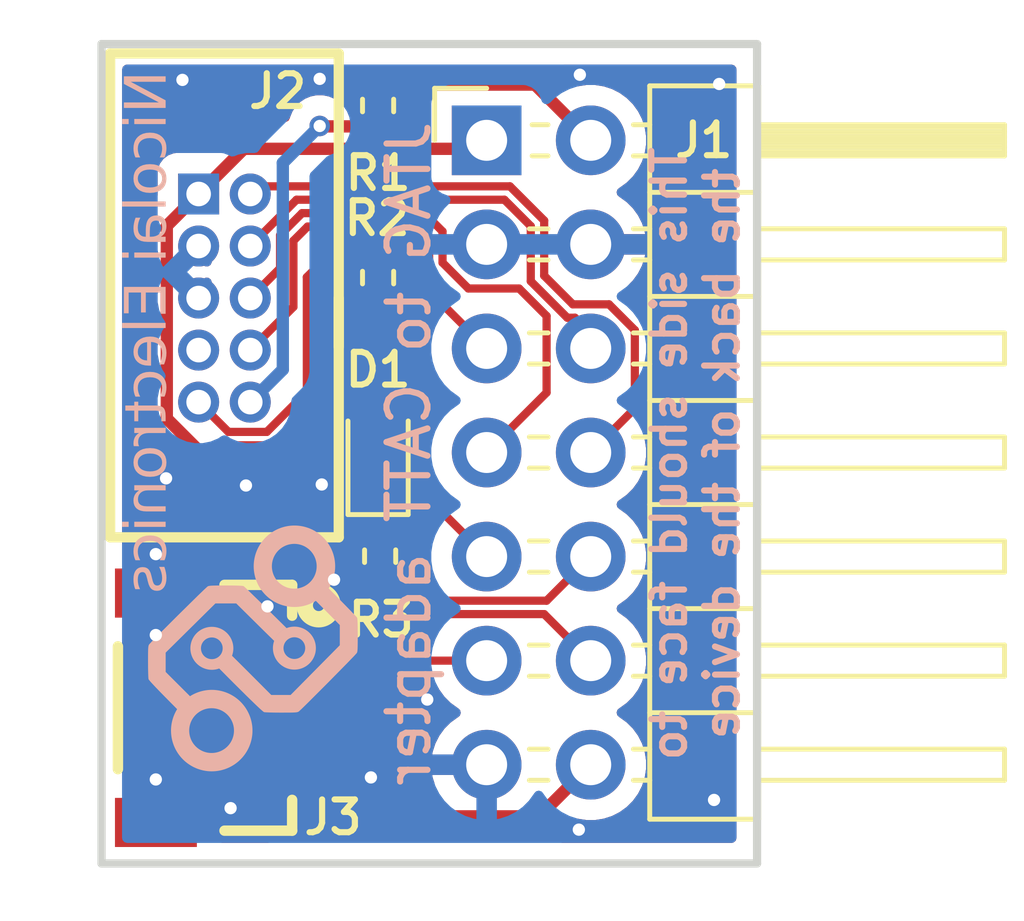
<source format=kicad_pcb>
(kicad_pcb (version 20241229) (generator "pcbnew") (generator_version "9.0")
  (layers (0 "F.Cu" signal) (2 "B.Cu" signal) (13 "F.Paste" user) (15 "B.Paste" user) (5 "F.SilkS" user "F.Silkscreen") (7 "B.SilkS" user "B.Silkscreen") (1 "F.Mask" user) (3 "B.Mask" user) (25 "Edge.Cuts" user))
  (net 0 "")
  (net 1 "+3.3V")
  (net 2 "Net-(D1-K)")
  (net 3 "MTMS")
  (net 4 "SAO_SDA")
  (net 5 "MTDO")
  (net 6 "MTCK")
  (net 7 "GND")
  (net 8 "SAO_IO1")
  (net 9 "P4_RESET")
  (net 10 "SAO_IO2")
  (net 11 "MTDI")
  (net 12 "SAO_SCL")
  (net 13 "Net-(J2-~{RESET})")
  (net 15 "Net-(J2-GNDDetect)")
  (footprint "Resistor_SMD:R_0402_1005Metric" (layer "F.Cu") (at -1.25 -4.3 90)
    (property "Reference" "R2" (at 1.45 -0.025 180) (layer "F.SilkS") (effects (font (size 0.8 0.8))))
    (property "Value" "1k" (hide yes))
    (pad "1" smd roundrect (at -0.51 0 90) (size 0.54 0.64) (layers "F.Cu" "F.Mask" "F.Paste") (net 10 "SAO_IO2"))
    (pad "2" smd roundrect (at 0.51 0 90) (size 0.54 0.64) (layers "F.Cu" "F.Mask" "F.Paste") (net 15 "Net-(J2-GNDDetect)"))
  )
  (footprint "Resistor_SMD:R_0402_1005Metric" (layer "F.Cu") (at -1.2 2.5 90)
    (property "Reference" "R3" (at -1.55 0.025 0) (layer "F.SilkS") (effects (font (size 0.8 0.8))))
    (property "Value" "1k" (hide yes))
    (pad "1" smd roundrect (at -0.51 0 90) (size 0.54 0.64) (layers "F.Cu" "F.Mask" "F.Paste") (net 8 "SAO_IO1"))
    (pad "2" smd roundrect (at 0.51 0 90) (size 0.54 0.64) (layers "F.Cu" "F.Mask" "F.Paste") (net 2 "Net-(D1-K)"))
  )
  (footprint "LED_SMD:LED_0603_1608Metric" (layer "F.Cu") (at -1.25 0 90)
    (property "Reference" "D1" (at 2.05 0 180) (layer "F.SilkS") (effects (font (size 0.8 0.8))))
    (property "Value" "LED" (hide yes))
    (pad "1" smd roundrect (at -0.7875 0 90) (size 0.875 0.95) (layers "F.Cu" "F.Mask" "F.Paste") (net 2 "Net-(D1-K)"))
    (pad "2" smd roundrect (at 0.7875 0 90) (size 0.875 0.95) (layers "F.Cu" "F.Mask" "F.Paste") (net 1 "+3.3V"))
  )
  (footprint "library:1X04_1MM_RA_GND" (layer "F.Cu") (at -3 6.2 -90)
    (property "Reference" "J3" (at 2.675 -0.65 0) (layer "F.SilkS") (effects (font (size 0.8 0.8) (thickness 0.15) (bold yes))))
    (property "Value" "I2C" (hide yes))
    (pad "1" smd rect (at -1.4986 0 270) (size 0.59944 1.34874) (layers "F.Cu" "F.Mask" "F.Paste") (net 7 "GND"))
    (pad "2" smd rect (at -0.49784 0 270) (size 0.59944 1.34874) (layers "F.Cu" "F.Mask" "F.Paste") (net 1 "+3.3V"))
    (pad "3" smd rect (at 0.49784 0 270) (size 0.59944 1.34874) (layers "F.Cu" "F.Mask" "F.Paste") (net 4 "SAO_SDA"))
    (pad "4" smd rect (at 1.4986 0 270) (size 0.59944 1.34874) (layers "F.Cu" "F.Mask" "F.Paste") (net 12 "SAO_SCL"))
    (pad "5" smd rect (at -2.79908 3.67284 270) (size 1.19888 1.99898) (layers "F.Cu" "F.Mask" "F.Paste") (net 7 "GND"))
    (pad "6" smd rect (at 2.79908 3.67284 270) (size 1.19888 1.99898) (layers "F.Cu" "F.Mask" "F.Paste") (net 7 "GND"))
  )
  (footprint "Connector_PinHeader_2.54mm:PinHeader_2x07_P2.54mm_Horizontal" (layer "F.Cu") (at 1.4 -7.65)
    (property "Reference" "J1" (at 5.3 0 0) (layer "F.SilkS") (effects (font (size 0.8 0.8))))
    (property "Value" "CATT" (hide yes))
    (pad "1" thru_hole rect (at 0 0) (size 1.7 1.7) (drill 1) (layers "*.Cu" "*.Mask") (net 1 "+3.3V"))
    (pad "2" thru_hole oval (at 2.54 0) (size 1.7 1.7) (drill 1) (layers "*.Cu" "*.Mask") (net 9 "P4_RESET"))
    (pad "3" thru_hole oval (at 0 2.54) (size 1.7 1.7) (drill 1) (layers "*.Cu" "*.Mask") (net 7 "GND"))
    (pad "4" thru_hole oval (at 2.54 2.54) (size 1.7 1.7) (drill 1) (layers "*.Cu" "*.Mask") (net 7 "GND"))
    (pad "5" thru_hole oval (at 0 5.08) (size 1.7 1.7) (drill 1) (layers "*.Cu" "*.Mask") (net 11 "MTDI"))
    (pad "6" thru_hole oval (at 2.54 5.08) (size 1.7 1.7) (drill 1) (layers "*.Cu" "*.Mask") (net 6 "MTCK"))
    (pad "7" thru_hole oval (at 0 7.62) (size 1.7 1.7) (drill 1) (layers "*.Cu" "*.Mask") (net 5 "MTDO"))
    (pad "8" thru_hole oval (at 2.54 7.62) (size 1.7 1.7) (drill 1) (layers "*.Cu" "*.Mask") (net 3 "MTMS"))
    (pad "9" thru_hole oval (at 0 10.16) (size 1.7 1.7) (drill 1) (layers "*.Cu" "*.Mask") (net 10 "SAO_IO2"))
    (pad "10" thru_hole oval (at 2.54 10.16) (size 1.7 1.7) (drill 1) (layers "*.Cu" "*.Mask") (net 8 "SAO_IO1"))
    (pad "11" thru_hole oval (at 0 12.7) (size 1.7 1.7) (drill 1) (layers "*.Cu" "*.Mask") (net 12 "SAO_SCL"))
    (pad "12" thru_hole oval (at 2.54 12.7) (size 1.7 1.7) (drill 1) (layers "*.Cu" "*.Mask") (net 4 "SAO_SDA"))
    (pad "13" thru_hole oval (at 0 15.24) (size 1.7 1.7) (drill 1) (layers "*.Cu" "*.Mask") (net 7 "GND"))
    (pad "14" thru_hole oval (at 2.54 15.24) (size 1.7 1.7) (drill 1) (layers "*.Cu" "*.Mask") (net 1 "+3.3V"))
  )
  (footprint "library:CONN-TH_3130-10SG0BK00T1" (layer "F.Cu") (at -5 -3.8 -90)
    (property "Reference" "J2" (at -5.05 -1.3 180) (layer "F.SilkS") (effects (font (size 0.8 0.8))))
    (property "Value" "JTAG")
    (pad "1" thru_hole rect (at -2.54 0.63 270) (size 1 1) (drill 0.599999) (layers "*.Cu" "*.Mask") (net 1 "+3.3V"))
    (pad "2" thru_hole circle (at -2.54 -0.63 270) (size 1 1) (drill 0.599999) (layers "*.Cu" "*.Mask") (net 3 "MTMS"))
    (pad "3" thru_hole circle (at -1.27 0.63 270) (size 1 1) (drill 0.599999) (layers "*.Cu" "*.Mask") (net 7 "GND"))
    (pad "4" thru_hole circle (at -1.27 -0.63 270) (size 1 1) (drill 0.599999) (layers "*.Cu" "*.Mask") (net 6 "MTCK"))
    (pad "5" thru_hole circle (at 0 0.63 270) (size 1 1) (drill 0.599999) (layers "*.Cu" "*.Mask") (net 7 "GND"))
    (pad "6" thru_hole circle (at 0 -0.63 270) (size 1 1) (drill 0.599999) (layers "*.Cu" "*.Mask") (net 5 "MTDO"))
    (pad "7" thru_hole circle (at 1.27 0.63 270) (size 1 1) (drill 0.599999) (layers "*.Cu" "*.Mask"))
    (pad "8" thru_hole circle (at 1.27 -0.63 270) (size 1 1) (drill 0.599999) (layers "*.Cu" "*.Mask") (net 11 "MTDI"))
    (pad "9" thru_hole circle (at 2.54 0.63 270) (size 1 1) (drill 0.599999) (layers "*.Cu" "*.Mask") (net 15 "Net-(J2-GNDDetect)"))
    (pad "10" thru_hole circle (at 2.54 -0.63 270) (size 1 1) (drill 0.599999) (layers "*.Cu" "*.Mask") (net 13 "Net-(J2-~{RESET})"))
  )
  (footprint "Resistor_SMD:R_0402_1005Metric" (layer "F.Cu") (at -1.25 -8.5 -90)
    (property "Reference" "R1" (at 1.65 0 180) (layer "F.SilkS") (effects (font (size 0.8 0.8))))
    (property "Value" "1k" (hide yes))
    (pad "1" smd roundrect (at -0.51 0 270) (size 0.54 0.64) (layers "F.Cu" "F.Mask" "F.Paste") (net 9 "P4_RESET"))
    (pad "2" smd roundrect (at 0.51 0 270) (size 0.54 0.64) (layers "F.Cu" "F.Mask" "F.Paste") (net 13 "Net-(J2-~{RESET})"))
  )
  (gr_poly (pts (xy -5.831643 4.748953) (xy -5.830999 4.722943) (xy -5.829078 4.69711) (xy -5.825897 4.671496) (xy -5.821474 4.646145) (xy -5.815828 4.621099) (xy -5.808975 4.596402) (xy -5.800933 4.572096) (xy -5.791722 4.548224) (xy -5.781357 4.52483) (xy -5.769857 4.501957) (xy -5.75724 4.479647) (xy -5.743524 4.457944) (xy -5.728727 4.436889) (xy -5.712865 4.416528) (xy -5.695958 4.396902) (xy -5.678022 4.378054) (xy -5.659175 4.360118) (xy -5.639549 4.34321) (xy -5.619188 4.327348) (xy -5.598134 4.312549) (xy -5.576431 4.298832) (xy -5.554121 4.286215) (xy -5.531248 4.274714) (xy -5.507854 4.264349) (xy -5.483982 4.255136) (xy -5.459676 4.247094) (xy -5.434978 4.240241) (xy -5.409932 4.234593) (xy -5.38458 4.23017) (xy -5.358966 4.226988) (xy -5.333131 4.225066) (xy -5.30712 4.224421) (xy -5.28111 4.225065) (xy -5.255277 4.226987) (xy -5.229663 4.230168) (xy -5.204312 4.234592) (xy -5.179266 4.240239) (xy -5.154569 4.247092) (xy -5.130263 4.255134) (xy -5.106392 4.264346) (xy -5.082998 4.274711) (xy -5.060125 4.286211) (xy -5.037815 4.298828) (xy -5.016112 4.312545) (xy -4.995058 4.327343) (xy -4.974696 4.343205) (xy -4.95507 4.360112) (xy -4.936223 4.378048) (xy -4.918287 4.396896) (xy -4.90138 4.416522) (xy -4.885518 4.436883) (xy -4.87072 4.457937) (xy -4.857004 4.47964) (xy -4.844387 4.50195) (xy -4.832887 4.524824) (xy -4.822522 4.548217) (xy -4.813309 4.572088) (xy -4.805268 4.596394) (xy -4.798414 4.621091) (xy -4.792767 4.646137) (xy -4.788344 4.671488) (xy -4.785163 4.697102) (xy -4.783241 4.722935) (xy -4.782597 4.748945) (xy -4.782749 4.760531) (xy -4.783157 4.772102) (xy -4.78382 4.783652) (xy -4.784737 4.795178) (xy -4.785907 4.806675) (xy -4.787329 4.81814) (xy -4.789003 4.829567) (xy -4.790928 4.840954) (xy -4.793104 4.852295) (xy -4.795529 4.863588) (xy -4.798202 4.874827) (xy -4.801124 4.886008) (xy -4.804292 4.897127) (xy -4.807707 4.908181) (xy -4.811368 4.919165) (xy -4.815274 4.930074) (xy -4.658233 5.085367) (xy -4.484719 5.258316) (xy -3.856775 5.887781) (xy -3.385376 5.887781) (xy -2.784878 5.280771) (xy -2.184409 4.673731) (xy -2.184409 4.181185) (xy -2.768724 3.590393) (xy -2.798438 3.608174) (xy -2.828688 3.624875) (xy -2.859444 3.640488) (xy -2.890676 3.655004) (xy -2.922355 3.668415) (xy -2.95445 3.680711) (xy -2.986932 3.691885) (xy -3.019771 3.701927) (xy -3.052937 3.71083) (xy -3.0864 3.718584) (xy -3.120131 3.725181) (xy -3.1541 3.730613) (xy -3.188276 3.734871) (xy -3.222631 3.737947) (xy -3.257133 3.739831) (xy -3.291755 3.740516) (xy -3.295649 3.740419) (xy -3.295649 3.292645) (xy -3.268548 3.291974) (xy -3.241631 3.289972) (xy -3.214943 3.286657) (xy -3.188529 3.282048) (xy -3.162433 3.276164) (xy -3.1367 3.269023) (xy -3.111375 3.260644) (xy -3.086503 3.251046) (xy -3.062128 3.240246) (xy -3.038295 3.228264) (xy -3.01505 3.215117) (xy -2.992436 3.200825) (xy -2.970499 3.185407) (xy -2.949284 3.16888) (xy -2.928835 3.151263) (xy -2.909197 3.132575) (xy -2.890509 3.112937) (xy -2.872892 3.092488) (xy -2.856365 3.071272) (xy -2.840946 3.049336) (xy -2.826655 3.026722) (xy -2.813508 3.003477) (xy -2.801526 2.979645) (xy -2.790726 2.95527) (xy -2.781128 2.930398) (xy -2.772749 2.905074) (xy -2.765608 2.879341) (xy -2.759724 2.853246) (xy -2.755115 2.826833) (xy -2.7518 2.800146) (xy -2.749798 2.77323) (xy -2.749127 2.746131) (xy -2.749797 2.719031) (xy -2.751799 2.692114) (xy -2.755114 2.665426) (xy -2.759722 2.639011) (xy -2.765606 2.612915) (xy -2.772746 2.587182) (xy -2.781125 2.561857) (xy -2.790723 2.536984) (xy -2.801522 2.512609) (xy -2.813504 2.488776) (xy -2.82665 2.465531) (xy -2.840942 2.442917) (xy -2.85636 2.42098) (xy -2.872887 2.399764) (xy -2.890503 2.379315) (xy -2.909191 2.359677) (xy -2.928829 2.340988) (xy -2.949278 2.323371) (xy -2.970493 2.306844) (xy -2.99243 2.291425) (xy -3.015043 2.277133) (xy -3.038289 2.263986) (xy -3.062122 2.252003) (xy -3.086497 2.241203) (xy -3.111369 2.231604) (xy -3.136695 2.223225) (xy -3.162429 2.216084) (xy -3.188526 2.210199) (xy -3.214941 2.20559) (xy -3.24163 2.202275) (xy -3.268548 2.200273) (xy -3.29565 2.199601) (xy -3.322751 2.200272) (xy -3.349668 2.202274) (xy -3.376356 2.205589) (xy -3.40277 2.210198) (xy -3.428866 2.216082) (xy -3.454599 2.223222) (xy -3.479924 2.231601) (xy -3.504797 2.2412) (xy -3.529172 2.252) (xy -3.553004 2.263982) (xy -3.57625 2.277128) (xy -3.598863 2.29142) (xy -3.6208 2.306839) (xy -3.642015 2.323366) (xy -3.662464 2.340983) (xy -3.682102 2.359671) (xy -3.70079 2.379309) (xy -3.718407 2.399758) (xy -3.734934 2.420973) (xy -3.750353 2.44291) (xy -3.764645 2.465524) (xy -3.777791 2.488769) (xy -3.789773 2.512602) (xy -3.800573 2.536977) (xy -3.810172 2.561849) (xy -3.818551 2.587174) (xy -3.825691 2.612907) (xy -3.831575 2.639003) (xy -3.836184 2.665418) (xy -3.839498 2.692106) (xy -3.841501 2.719022) (xy -3.842172 2.746123) (xy -3.842172 2.746122) (xy -3.842172 2.746121) (xy -3.842172 2.74612) (xy -3.842172 2.746119) (xy -3.842172 2.746118) (xy -3.842172 2.746116) (xy -3.842173 2.746116) (xy -3.842173 2.746115) (xy -3.841502 2.773215) (xy -3.8395 2.800132) (xy -3.836186 2.82682) (xy -3.831578 2.853234) (xy -3.825694 2.879331) (xy -3.818554 2.905064) (xy -3.810175 2.930389) (xy -3.800577 2.955262) (xy -3.789777 2.979637) (xy -3.777795 3.003469) (xy -3.764649 3.026715) (xy -3.750358 3.049329) (xy -3.734939 3.071266) (xy -3.718412 3.092482) (xy -3.700796 3.112931) (xy -3.682108 3.132569) (xy -3.66247 3.151257) (xy -3.642021 3.168875) (xy -3.620806 3.185402) (xy -3.598869 3.200821) (xy -3.576256 3.215113) (xy -3.55301 3.22826) (xy -3.529178 3.240243) (xy -3.504803 3.251043) (xy -3.47993 3.260642) (xy -3.454604 3.269021) (xy -3.428871 3.276162) (xy -3.402774 3.282047) (xy -3.376358 3.286656) (xy -3.349669 3.289971) (xy -3.322751 3.291974) (xy -3.295649 3.292645) (xy -3.295649 3.740419) (xy -3.341064 3.739294) (xy -3.390039 3.735651) (xy -3.438598 3.729619) (xy -3.486659 3.721234) (xy -3.534141 3.710528) (xy -3.580963 3.697535) (xy -3.627042 3.682289) (xy -3.672297 3.664824) (xy -3.716647 3.645174) (xy -3.760011 3.623371) (xy -3.802306 3.599452) (xy -3.843452 3.573447) (xy -3.883366 3.545393) (xy -3.921967 3.515322) (xy -3.959174 3.483268) (xy -3.994905 3.449265) (xy -4.028908 3.413533) (xy -4.060962 3.376326) (xy -4.091033 3.337725) (xy -4.119087 3.297811) (xy -4.145091 3.256666) (xy -4.169011 3.214371) (xy -4.190813 3.171008) (xy -4.210464 3.126658) (xy -4.227929 3.081403) (xy -4.243174 3.035324) (xy -4.256167 2.988504) (xy -4.266873 2.941023) (xy -4.275259 2.892963) (xy -4.28129 2.844405) (xy -4.284934 2.795431) (xy -4.286156 2.746123) (xy -4.284934 2.696813) (xy -4.281291 2.647838) (xy -4.27526 2.599279) (xy -4.266875 2.551218) (xy -4.25617 2.503736) (xy -4.243177 2.456915) (xy -4.227932 2.410836) (xy -4.210467 2.36558) (xy -4.190817 2.32123) (xy -4.169016 2.277866) (xy -4.145096 2.235571) (xy -4.119092 2.194425) (xy -4.091038 2.154511) (xy -4.060967 2.115909) (xy -4.028914 2.078702) (xy -3.994911 2.04297) (xy -3.95918 2.008967) (xy -3.921973 1.976913) (xy -3.883372 1.946841) (xy -3.843458 1.918787) (xy -3.802312 1.892782) (xy -3.760017 1.868862) (xy -3.716654 1.84706) (xy -3.672303 1.827409) (xy -3.627048 1.809944) (xy -3.580968 1.794698) (xy -3.534146 1.781704) (xy -3.486664 1.770998) (xy -3.438602 1.762612) (xy -3.390042 1.75658) (xy -3.341066 1.752936) (xy -3.291755 1.751714) (xy -3.242445 1.752936) (xy -3.19347 1.756579) (xy -3.144911 1.762611) (xy -3.09685 1.770996) (xy -3.049368 1.781702) (xy -3.002547 1.794695) (xy -2.956468 1.809941) (xy -2.911213 1.827406) (xy -2.866863 1.847056) (xy -2.823499 1.868858) (xy -2.781204 1.892778) (xy -2.740059 1.918782) (xy -2.700145 1.946837) (xy -2.661543 1.976908) (xy -2.624336 2.008962) (xy -2.588605 2.042965) (xy -2.554602 2.078696) (xy -2.522548 2.115903) (xy -2.492477 2.154505) (xy -2.464423 2.194419) (xy -2.438419 2.235564) (xy -2.414499 2.27786) (xy -2.392697 2.321223) (xy -2.373046 2.365573) (xy -2.355581 2.410828) (xy -2.340336 2.456908) (xy -2.327343 2.503729) (xy -2.316637 2.551211) (xy -2.308251 2.599272) (xy -2.30222 2.647831) (xy -2.298577 2.696806) (xy -2.297355 2.746115) (xy -2.298007 2.781928) (xy -2.299943 2.817612) (xy -2.303152 2.853135) (xy -2.307626 2.888463) (xy -2.313353 2.923565) (xy -2.320325 2.958407) (xy -2.328532 2.992957) (xy -2.337964 3.02718) (xy -2.348612 3.061046) (xy -2.360465 3.09452) (xy -2.373515 3.127569) (xy -2.38775 3.160162) (xy -2.403163 3.192265) (xy -2.419742 3.223845) (xy -2.437479 3.254869) (xy -2.456363 3.285304) (xy -2.205184 3.540161) (xy -1.985465 3.764657) (xy -1.827924 3.927943) (xy -1.782068 3.976993) (xy -1.76905 3.991683) (xy -1.763276 3.999173) (xy -1.761145 4.004616) (xy -1.759166 4.012703) (xy -1.755656 4.036995) (xy -1.752732 4.072429) (xy -1.750379 4.119385) (xy -1.74858 4.178242) (xy -1.747321 4.24938) (xy -1.746359 4.430013) (xy -1.746555 4.549306) (xy -1.746811 4.599241) (xy -1.747206 4.643273) (xy -1.747766 4.681831) (xy -1.748514 4.715342) (xy -1.749476 4.744236) (xy -1.750678 4.76894) (xy -1.752144 4.789882) (xy -1.7539 4.807492) (xy -1.754894 4.815181) (xy -1.75597 4.822198) (xy -1.757131 4.828595) (xy -1.75838 4.834427) (xy -1.75972 4.839747) (xy -1.761154 4.844609) (xy -1.762686 4.849066) (xy -1.764319 4.853171) (xy -1.766055 4.856979) (xy -1.767898 4.860543) (xy -1.769851 4.863916) (xy -1.771917 4.867152) (xy -1.841223 4.943033) (xy -2.001169 5.10856) (xy -2.472971 5.587582) (xy -2.947308 6.062281) (xy -3.110423 6.222404) (xy -3.184167 6.29072) (xy -3.199412 6.299289) (xy -3.208015 6.302827) (xy -3.217899 6.305909) (xy -3.229535 6.308566) (xy -3.243394 6.310829) (xy -3.279658 6.314297) (xy -3.330458 6.316562) (xy -3.399556 6.317872) (xy -3.607705 6.318622) (xy -3.685011 6.318378) (xy -3.758861 6.317678) (xy -3.827512 6.316573) (xy -3.889227 6.31511) (xy -3.942264 6.313338) (xy -3.984884 6.311308) (xy -4.015347 6.309067) (xy -4.025476 6.307883) (xy -4.031913 6.306665) (xy -4.039906 6.302688) (xy -4.052516 6.293819) (xy -4.091961 6.261046) (xy -4.151003 6.207625) (xy -4.230396 6.132838) (xy -4.453252 5.916286) (xy -4.766562 5.605636) (xy -4.957948 5.413529) (xy -5.128029 5.241247) (xy -5.138822 5.245082) (xy -5.149687 5.248678) (xy -5.16062 5.252034) (xy -5.171617 5.255149) (xy -5.182674 5.258022) (xy -5.193787 5.260652) (xy -5.204953 5.26304) (xy -5.216166 5.265183) (xy -5.227423 5.267083) (xy -5.23872 5.268736) (xy -5.250054 5.270144) (xy -5.261419 5.271306) (xy -5.272812 5.272219) (xy -5.28423 5.272885) (xy -5.295667 5.273302) (xy -5.30712 5.273469) (xy -5.308155 5.273443) (xy -5.308155 5.013573) (xy -5.294525 5.013228) (xy -5.281075 5.012205) (xy -5.267819 5.01052) (xy -5.254776 5.008191) (xy -5.241962 5.005233) (xy -5.229394 5.001663) (xy -5.217087 4.997499) (xy -5.205059 4.992757) (xy -5.193327 4.987452) (xy -5.181907 4.981603) (xy -5.170815 4.975225) (xy -5.160069 4.968336) (xy -5.149685 4.960951) (xy -5.139679 4.953088) (xy -5.130069 4.944763) (xy -5.12087 4.935993) (xy -5.1121 4.926795) (xy -5.103776 4.917184) (xy -5.095913 4.907178) (xy -5.088528 4.896794) (xy -5.081639 4.886047) (xy -5.075261 4.874956) (xy -5.069412 4.863535) (xy -5.064108 4.851802) (xy -5.059365 4.839774) (xy -5.055201 4.827467) (xy -5.051631 4.814898) (xy -5.048674 4.802084) (xy -5.046344 4.78904) (xy -5.044659 4.775784) (xy -5.043636 4.762333) (xy -5.043291 4.748703) (xy -5.043636 4.735073) (xy -5.04466 4.721622) (xy -5.046345 4.708367) (xy -5.048675 4.695324) (xy -5.051633 4.68251) (xy -5.055202 4.669941) (xy -5.059367 4.657635) (xy -5.06411 4.645607) (xy -5.069414 4.633875) (xy -5.075264 4.622455) (xy -5.081642 4.611364) (xy -5.088531 4.600618) (xy -5.095916 4.590233) (xy -5.103779 4.580228) (xy -5.112104 4.570618) (xy -5.120874 4.56142) (xy -5.130072 4.55265) (xy -5.139683 4.544325) (xy -5.149689 4.536463) (xy -5.160073 4.529078) (xy -5.170819 4.522189) (xy -5.18191 4.515812) (xy -5.193331 4.509963) (xy -5.205063 4.504659) (xy -5.21709 4.499917) (xy -5.229396 4.495753) (xy -5.241965 4.492184) (xy -5.254778 4.489226) (xy -5.267821 4.486897) (xy -5.281076 4.485213) (xy -5.294526 4.48419) (xy -5.308155 4.483845) (xy -5.321785 4.484191) (xy -5.335235 4.485214) (xy -5.348491 4.486898) (xy -5.361534 4.489228) (xy -5.374348 4.492186) (xy -5.386916 4.495755) (xy -5.399223 4.499919) (xy -5.41125 4.504662) (xy -5.422983 4.509966) (xy -5.434403 4.515816) (xy -5.445495 4.522193) (xy -5.456241 4.529083) (xy -5.466625 4.536467) (xy -5.476631 4.54433) (xy -5.486241 4.552655) (xy -5.495439 4.561425) (xy -5.504209 4.570623) (xy -5.512534 4.580234) (xy -5.520397 4.590239) (xy -5.527781 4.600624) (xy -5.534671 4.61137) (xy -5.541048 4.622461) (xy -5.546898 4.633882) (xy -5.552202 4.645614) (xy -5.556944 4.657642) (xy -5.561109 4.669948) (xy -5.564678 4.682517) (xy -5.567636 4.695331) (xy -5.569965 4.708374) (xy -5.57165 4.721629) (xy -5.572673 4.73508) (xy -5.573018 4.748709) (xy -5.573018 4.748717) (xy -5.572673 4.762347) (xy -5.571649 4.775797) (xy -5.569964 4.789053) (xy -5.567634 4.802095) (xy -5.564676 4.81491) (xy -5.561106 4.827478) (xy -5.556942 4.839784) (xy -5.552199 4.851812) (xy -5.546894 4.863544) (xy -5.541045 4.874964) (xy -5.534667 4.886056) (xy -5.527777 4.896802) (xy -5.520393 4.907186) (xy -5.51253 4.917191) (xy -5.504205 4.926801) (xy -5.495435 4.935999) (xy -5.486236 4.944769) (xy -5.476626 4.953094) (xy -5.46662 4.960956) (xy -5.456236 4.96834) (xy -5.44549 4.975229) (xy -5.434399 4.981607) (xy -5.422979 4.987456) (xy -5.411247 4.99276) (xy -5.399219 4.997502) (xy -5.386913 5.001666) (xy -5.374345 5.005235) (xy -5.361531 5.008192) (xy -5.348489 5.010521) (xy -5.335234 5.012206) (xy -5.321784 5.013228) (xy -5.308155 5.013573) (xy -5.308155 5.273443) (xy -5.33313 5.272825) (xy -5.358963 5.270903) (xy -5.384577 5.267722) (xy -5.409928 5.263298) (xy -5.434974 5.257651) (xy -5.459671 5.250798) (xy -5.483976 5.242756) (xy -5.507848 5.233544) (xy -5.531241 5.223179) (xy -5.554115 5.211679) (xy -5.576424 5.199062) (xy -5.598128 5.185345) (xy -5.619182 5.170547) (xy -5.639543 5.154685) (xy -5.659169 5.137778) (xy -5.678017 5.119842) (xy -5.695952 5.100994) (xy -5.71286 5.081368) (xy -5.728722 5.061007) (xy -5.74352 5.039953) (xy -5.757236 5.01825) (xy -5.769853 4.99594) (xy -5.781353 4.973066) (xy -5.791718 4.949673) (xy -5.800931 4.925801) (xy -5.808972 4.901496) (xy -5.815826 4.876799) (xy -5.821473 4.851753) (xy -5.825896 4.826402) (xy -5.829078 4.800788) (xy -5.830999 4.774955) (xy -5.831644 4.748945)) (stroke (width -0.000001)) (fill yes) (layer "B.SilkS"))
  (gr_poly (pts (xy -6.865092 4.959591) (xy -6.864861 4.911018) (xy -6.864485 4.86843) (xy -6.863931 4.831359) (xy -6.86317 4.799332) (xy -6.86217 4.77188) (xy -6.8609 4.748533) (xy -6.859329 4.728819) (xy -6.858421 4.720177) (xy -6.857426 4.712268) (xy -6.856341 4.705032) (xy -6.855161 4.69841) (xy -6.853882 4.692343) (xy -6.852502 4.686774) (xy -6.851015 4.681642) (xy -6.849417 4.67689) (xy -6.847706 4.672457) (xy -6.845878 4.668286) (xy -6.843927 4.664318) (xy -6.841851 4.660494) (xy -6.837307 4.653042) (xy -6.768991 4.579298) (xy -6.608868 4.416183) (xy -6.134169 3.941846) (xy -5.655147 3.470044) (xy -5.489619 3.310098) (xy -5.413738 3.240792) (xy -5.399716 3.233185) (xy -5.3911 3.230017) (xy -5.380831 3.22724) (xy -5.35358 3.222758) (xy -5.314463 3.219536) (xy -5.259977 3.217374) (xy -5.186622 3.21607) (xy -4.969296 3.215234) (xy -4.870552 3.215454) (xy -4.785182 3.216185) (xy -4.712783 3.217441) (xy -4.652948 3.219238) (xy -4.605273 3.221593) (xy -4.585869 3.222983) (xy -4.569352 3.224519) (xy -4.555673 3.226201) (xy -4.544781 3.228033) (xy -4.536625 3.230015) (xy -4.531155 3.23215) (xy -4.495459 3.263284) (xy -4.414455 3.340011) (xy -4.152718 3.59439) (xy -3.48369 4.255914) (xy -3.486973 4.257075) (xy -3.490247 4.258257) (xy -3.493514 4.259462) (xy -3.496774 4.260688) (xy -3.502799 4.263277) (xy -3.50879 4.265941) (xy -3.514747 4.26868) (xy -3.520669 4.271492) (xy -3.526556 4.274379) (xy -3.532406 4.277339) (xy -3.538219 4.280372) (xy -3.543995 4.283478) (xy -3.54973 4.286659) (xy -3.555423 4.289911) (xy -3.561076 4.293234) (xy -3.566686 4.296626) (xy -3.572253 4.300089) (xy -3.577777 4.303622) (xy -3.583256 4.307223) (xy -3.588691 4.310893) (xy -3.59408 4.31463) (xy -3.599422 4.318433) (xy -3.604715 4.322303) (xy -3.60996 4.326238) (xy -3.615155 4.330239) (xy -3.6203 4.334304) (xy -3.625394 4.338434) (xy -3.630436 4.342628) (xy -3.635421 4.346881) (xy -3.640353 4.351196) (xy -3.645229 4.355572) (xy -3.650051 4.360009) (xy -3.654817 4.364505) (xy -3.659526 4.369061) (xy -3.664179 4.373675) (xy -3.668774 4.378348) (xy -3.673316 4.383081) (xy -3.677798 4.387871) (xy -3.682219 4.392716) (xy -3.686579 4.397616) (xy -3.690878 4.40257) (xy -3.695114 4.407577) (xy -3.699288 4.412638) (xy -3.703399 4.417751) (xy -3.707441 4.42291) (xy -3.711419 4.428119) (xy -3.71533 4.433377) (xy -3.719176 4.438684) (xy -3.722954 4.444038) (xy -3.726666 4.449438) (xy -3.73031 4.454886) (xy -3.733887 4.460379) (xy -3.737394 4.46592) (xy -3.740831 4.471504) (xy -3.744198 4.477129) (xy -3.747494 4.482797) (xy -3.750718 4.488504) (xy -3.753872 4.494252) (xy -3.756954 4.50004) (xy -3.759963 4.505866) (xy -3.762901 4.511729) (xy -3.765766 4.517628) (xy -3.768556 4.523561) (xy -3.771272 4.529529) (xy -3.773913 4.53553) (xy -3.776478 4.541564) (xy -3.778969 4.547631) (xy -3.781384 4.553729) (xy -3.782568 4.557177) (xy -3.783412 4.559694) (xy -3.777178 4.543539) (xy -3.766813 4.520145) (xy -3.755314 4.497272) (xy -3.742697 4.474962) (xy -3.72898 4.453258) (xy -3.714183 4.432204) (xy -3.698321 4.411842) (xy -3.681414 4.392216) (xy -3.663478 4.373369) (xy -3.644631 4.355432) (xy -3.625005 4.338524) (xy -3.604644 4.322662) (xy -3.58359 4.307864) (xy -3.561887 4.294147) (xy -3.539577 4.28153) (xy -3.516704 4.270029) (xy -3.49331 4.259664) (xy -3.469439 4.250451) (xy -3.445133 4.242409) (xy -3.420435 4.235555) (xy -3.395389 4.229908) (xy -3.370037 4.225484) (xy -3.344423 4.222303) (xy -3.318589 4.220381) (xy -3.292578 4.219736) (xy -3.266568 4.22038) (xy -3.240735 4.222302) (xy -3.215121 4.225483) (xy -3.18977 4.229906) (xy -3.164724 4.235553) (xy -3.140027 4.242407) (xy -3.115722 4.250448) (xy -3.09185 4.259661) (xy -3.068457 4.270026) (xy -3.045583 4.281526) (xy -3.023273 4.294143) (xy -3.00157 4.30786) (xy -2.980516 4.322658) (xy -2.960155 4.33852) (xy -2.940529 4.355427) (xy -2.921681 4.373363) (xy -2.903746 4.392211) (xy -2.886838 4.411837) (xy -2.870976 4.432198) (xy -2.856178 4.453252) (xy -2.842462 4.474955) (xy -2.829845 4.497265) (xy -2.818345 4.520138) (xy -2.80798 4.543531) (xy -2.798768 4.567402) (xy -2.790726 4.591707) (xy -2.783873 4.616404) (xy -2.778226 4.641449) (xy -2.773802 4.666799) (xy -2.770621 4.692412) (xy -2.768699 4.718244) (xy -2.768055 4.744252) (xy -2.768699 4.770262) (xy -2.77062 4.796095) (xy -2.773801 4.821709) (xy -2.778224 4.84706) (xy -2.78387 4.872106) (xy -2.790723 4.896803) (xy -2.798764 4.921109) (xy -2.807976 4.944981) (xy -2.818341 4.968375) (xy -2.82984 4.991248) (xy -2.842457 5.013558) (xy -2.856173 5.035262) (xy -2.870971 5.056316) (xy -2.886833 5.076677) (xy -2.90374 5.096303) (xy -2.921676 5.115151) (xy -2.940523 5.133087) (xy -2.960149 5.149995) (xy -2.98051 5.165857) (xy -3.001564 5.180656) (xy -3.023267 5.194373) (xy -3.045577 5.20699) (xy -3.06845 5.21849) (xy -3.091844 5.228856) (xy -3.115715 5.238069) (xy -3.140021 5.246111) (xy -3.164719 5.252964) (xy -3.189765 5.258612) (xy -3.215117 5.263035) (xy -3.240731 5.266217) (xy -3.266565 5.268139) (xy -3.292576 5.268784) (xy -3.293612 5.268758) (xy -3.293612 5.008888) (xy -3.279982 5.008542) (xy -3.266531 5.007519) (xy -3.253276 5.005835) (xy -3.240233 5.003505) (xy -3.227419 5.000547) (xy -3.21485 4.996978) (xy -3.202543 4.992814) (xy -3.190516 4.988071) (xy -3.178783 4.982767) (xy -3.167363 4.976917) (xy -3.156272 4.97054) (xy -3.145525 4.96365) (xy -3.135141 4.956266) (xy -3.125135 4.948402) (xy -3.115525 4.940078) (xy -3.106327 4.931308) (xy -3.097557 4.922109) (xy -3.089232 4.912498) (xy -3.081369 4.902492) (xy -3.073985 4.892108) (xy -3.067095 4.881362) (xy -3.060718 4.87027) (xy -3.054869 4.858849) (xy -3.049564 4.847116) (xy -3.044822 4.835088) (xy -3.040658 4.822781) (xy -3.037088 4.810212) (xy -3.034131 4.797398) (xy -3.031801 4.784354) (xy -3.030117 4.771099) (xy -3.029093 4.757647) (xy -3.028749 4.744017) (xy -3.029094 4.730387) (xy -3.030117 4.716937) (xy -3.031803 4.703681) (xy -3.034132 4.690638) (xy -3.037091 4.677824) (xy -3.04066 4.665256) (xy -3.044825 4.65295) (xy -3.049568 4.640922) (xy -3.054872 4.62919) (xy -3.060722 4.61777) (xy -3.0671 4.606679) (xy -3.073989 4.595933) (xy -3.081374 4.585548) (xy -3.089237 4.575543) (xy -3.097562 4.565933) (xy -3.106332 4.556735) (xy -3.11553 4.547965) (xy -3.125141 4.539641) (xy -3.135146 4.531778) (xy -3.14553 4.524394) (xy -3.156276 4.517505) (xy -3.167368 4.511128) (xy -3.178788 4.505279) (xy -3.19052 4.499975) (xy -3.202547 4.495233) (xy -3.214853 4.491069) (xy -3.227422 4.4875) (xy -3.240235 4.484542) (xy -3.253278 4.482213) (xy -3.266532 4.480529) (xy -3.279983 4.479506) (xy -3.293612 4.479162) (xy -3.307241 4.479506) (xy -3.320692 4.48053) (xy -3.333947 4.482214) (xy -3.34699 4.484544) (xy -3.359804 4.487501) (xy -3.372373 4.491071) (xy -3.384679 4.495235) (xy -3.396707 4.499978) (xy -3.408439 4.505282) (xy -3.41986 4.511131) (xy -3.430951 4.517509) (xy -3.441697 4.524398) (xy -3.452082 4.531782) (xy -3.462087 4.539645) (xy -3.471698 4.54797) (xy -3.480896 4.55674) (xy -3.489666 4.565938) (xy -3.497991 4.575549) (xy -3.505854 4.585554) (xy -3.513238 4.595939) (xy -3.520128 4.606685) (xy -3.526505 4.617776) (xy -3.532355 4.629197) (xy -3.537659 4.640929) (xy -3.542401 4.652957) (xy -3.546566 4.665263) (xy -3.550135 4.677832) (xy -3.553093 4.690646) (xy -3.555423 4.703689) (xy -3.557107 4.716944) (xy -3.55813 4.730395) (xy -3.558475 4.744025) (xy -3.558475 4.744031) (xy -3.55813 4.757661) (xy -3.557107 4.771112) (xy -3.555421 4.784367) (xy -3.553092 4.79741) (xy -3.550133 4.810224) (xy -3.546564 4.822792) (xy -3.542399 4.835099) (xy -3.537656 4.847126) (xy -3.532352 4.858858) (xy -3.526502 4.870278) (xy -3.520124 4.88137) (xy -3.513235 4.892116) (xy -3.50585 4.9025) (xy -3.497987 4.912505) (xy -3.489662 4.922116) (xy -3.480892 4.931314) (xy -3.471693 4.940083) (xy -3.462083 4.948408) (xy -3.452077 4.956271) (xy -3.441693 4.963655) (xy -3.430947 4.970544) (xy -3.419855 4.976921) (xy -3.408435 4.98277) (xy -3.396703 4.988074) (xy -3.384676 4.992816) (xy -3.37237 4.99698) (xy -3.359801 5.000549) (xy -3.346988 5.003507) (xy -3.333945 5.005836) (xy -3.320691 5.00752) (xy -3.307241 5.008543) (xy -3.293612 5.008888) (xy -3.293612 5.268758) (xy -3.318586 5.26814) (xy -3.344419 5.266218) (xy -3.370033 5.263036) (xy -3.395384 5.258613) (xy -3.42043 5.252966) (xy -3.445127 5.246113) (xy -3.469433 5.238071) (xy -3.493304 5.228859) (xy -3.516698 5.218494) (xy -3.539571 5.206994) (xy -3.561881 5.194376) (xy -3.583584 5.18066) (xy -3.604638 5.165862) (xy -3.625 5.15) (xy -3.644626 5.133092) (xy -3.663473 5.115156) (xy -3.681409 5.096309) (xy -3.698316 5.076683) (xy -3.714178 5.056322) (xy -3.728976 5.035268) (xy -3.742692 5.013564) (xy -3.75531 4.991255) (xy -3.76681 4.968381) (xy -3.777175 4.944988) (xy -3.786387 4.921116) (xy -3.794429 4.896811) (xy -3.801282 4.872113) (xy -3.806929 4.847068) (xy -3.811353 4.821717) (xy -3.814534 4.796103) (xy -3.816456 4.770269) (xy -3.817101 4.74426) (xy -3.8171 4.744261) (xy -3.8171 4.744262) (xy -3.8171 4.744263) (xy -3.8171 4.744264) (xy -3.8171 4.744265) (xy -3.8171 4.744266) (xy -3.8171 4.744267) (xy -3.816456 4.718257) (xy -3.814535 4.692424) (xy -3.811354 4.66681) (xy -3.806931 4.641459) (xy -3.801284 4.616413) (xy -3.794431 4.591716) (xy -3.78639 4.56741) (xy -3.786322 4.567234) (xy -3.918736 4.438099) (xy -4.06584 4.293489) (xy -4.713195 3.653252) (xy -5.220314 3.653252) (xy -5.827355 4.253752) (xy -6.434396 4.854251) (xy -6.434396 5.32565) (xy -5.840758 5.917802) (xy -5.810701 5.899458) (xy -5.780083 5.882226) (xy -5.748933 5.866117) (xy -5.717283 5.851138) (xy -5.685166 5.837299) (xy -5.652611 5.824608) (xy -5.619651 5.813076) (xy -5.586316 5.802711) (xy -5.552639 5.793523) (xy -5.518649 5.78552) (xy -5.484379 5.778712) (xy -5.449861 5.773107) (xy -5.415124 5.768716) (xy -5.380201 5.765546) (xy -5.345122 5.763608) (xy -5.30992 5.76291) (xy -5.260611 5.764132) (xy -5.211636 5.767775) (xy -5.163077 5.773807) (xy -5.115016 5.782192) (xy -5.067534 5.792899) (xy -5.020713 5.805891) (xy -4.974633 5.821137) (xy -4.929378 5.838602) (xy -4.885028 5.858252) (xy -4.841664 5.880054) (xy -4.799369 5.903974) (xy -4.758224 5.929978) (xy -4.71831 5.958033) (xy -4.679708 5.988104) (xy -4.642501 6.020157) (xy -4.60677 6.05416) (xy -4.572767 6.089892) (xy -4.540713 6.127099) (xy -4.510642 6.1657) (xy -4.482588 6.205614) (xy -4.456584 6.24676) (xy -4.432664 6.289055) (xy -4.410862 6.332418) (xy -4.391211 6.376768) (xy -4.373746 6.422023) (xy -4.358501 6.468101) (xy -4.345508 6.514922) (xy -4.334802 6.562403) (xy -4.326416 6.610464) (xy -4.320385 6.659021) (xy -4.316741 6.707995) (xy -4.315519 6.757303) (xy -4.316741 6.806613) (xy -4.320384 6.855588) (xy -4.326415 6.904147) (xy -4.3348 6.952208) (xy -4.345506 6.99969) (xy -4.358498 7.046511) (xy -4.373743 7.09259) (xy -4.391208 7.137846) (xy -4.410858 7.182196) (xy -4.43266 7.225559) (xy -4.456579 7.267855) (xy -4.482583 7.309) (xy -4.510637 7.348914) (xy -4.540708 7.387516) (xy -4.572762 7.424723) (xy -4.606765 7.460455) (xy -4.642496 7.494458) (xy -4.679703 7.526512) (xy -4.718304 7.556584) (xy -4.758218 7.584639) (xy -4.799363 7.610643) (xy -4.841658 7.634563) (xy -4.885022 7.656366) (xy -4.929372 7.676016) (xy -4.974628 7.693482) (xy -5.020707 7.708728) (xy -5.067529 7.721721) (xy -5.115012 7.732428) (xy -5.163073 7.740814) (xy -5.211633 7.746846) (xy -5.260609 7.75049) (xy -5.30992 7.751712) (xy -5.313813 7.751615) (xy -5.313813 7.303834) (xy -5.286713 7.303163) (xy -5.259796 7.30116) (xy -5.233108 7.297846) (xy -5.206693 7.293237) (xy -5.180597 7.287353) (xy -5.154864 7.280212) (xy -5.129539 7.271833) (xy -5.104667 7.262235) (xy -5.080292 7.251435) (xy -5.056459 7.239452) (xy -5.033214 7.226306) (xy -5.0106 7.212014) (xy -4.988663 7.196596) (xy -4.967448 7.180068) (xy -4.946999 7.162452) (xy -4.927361 7.143764) (xy -4.908673 7.124126) (xy -4.891057 7.103677) (xy -4.874529 7.082462) (xy -4.859111 7.060525) (xy -4.844819 7.037911) (xy -4.831673 7.014666) (xy -4.81969 6.990834) (xy -4.808891 6.966459) (xy -4.799292 6.941587) (xy -4.790913 6.916263) (xy -4.783772 6.89053) (xy -4.777888 6.864435) (xy -4.773279 6.838022) (xy -4.769965 6.811335) (xy -4.767962 6.78442) (xy -4.767291 6.75732) (xy -4.767962 6.73022) (xy -4.769964 6.703303) (xy -4.773278 6.676615) (xy -4.777886 6.650201) (xy -4.78377 6.624105) (xy -4.79091 6.598372) (xy -4.799289 6.573046) (xy -4.808887 6.548174) (xy -4.819686 6.523799) (xy -4.831668 6.499966) (xy -4.844814 6.47672) (xy -4.859106 6.454106) (xy -4.874524 6.432169) (xy -4.891051 6.410954) (xy -4.908668 6.390504) (xy -4.927356 6.370866) (xy -4.946993 6.352178) (xy -4.967442 6.334561) (xy -4.988658 6.318033) (xy -5.010594 6.302614) (xy -5.033208 6.288322) (xy -5.056453 6.275175) (xy -5.080286 6.263193) (xy -5.104661 6.252393) (xy -5.129534 6.242793) (xy -5.154859 6.234414) (xy -5.180593 6.227273) (xy -5.20669 6.221388) (xy -5.233105 6.216779) (xy -5.259794 6.213464) (xy -5.286712 6.211462) (xy -5.313814 6.21079) (xy -5.340915 6.211461) (xy -5.367831 6.213463) (xy -5.394519 6.216778) (xy -5.420934 6.221386) (xy -5.44703 6.22727) (xy -5.472763 6.234411) (xy -5.498088 6.24279) (xy -5.52296 6.252389) (xy -5.547335 6.263189) (xy -5.571168 6.275171) (xy -5.594413 6.288318) (xy -5.617027 6.302609) (xy -5.638963 6.318028) (xy -5.660179 6.334555) (xy -5.680628 6.352172) (xy -5.700266 6.37086) (xy -5.718954 6.390498) (xy -5.736571 6.410947) (xy -5.753098 6.432163) (xy -5.768517 6.454099) (xy -5.782809 6.476713) (xy -5.795955 6.499958) (xy -5.807938 6.523791) (xy -5.818738 6.548166) (xy -5.828336 6.573038) (xy -5.836715 6.598363) (xy -5.843856 6.624096) (xy -5.84974 6.650192) (xy -5.854349 6.676606) (xy -5.857663 6.703294) (xy -5.859666 6.730211) (xy -5.860337 6.757308) (xy -5.859666 6.784404) (xy -5.857665 6.811321) (xy -5.85435 6.838009) (xy -5.849742 6.864423) (xy -5.843859 6.89052) (xy -5.836718 6.916253) (xy -5.82834 6.941578) (xy -5.818742 6.96645) (xy -5.807942 6.990825) (xy -5.79596 7.014658) (xy -5.782814 7.037904) (xy -5.768523 7.060518) (xy -5.753105 7.082455) (xy -5.736578 7.10367) (xy -5.718961 7.12412) (xy -5.700273 7.143758) (xy -5.680636 7.162446) (xy -5.660187 7.180063) (xy -5.638971 7.196591) (xy -5.617035 7.21201) (xy -5.594421 7.226302) (xy -5.571176 7.239448) (xy -5.547343 7.251431) (xy -5.522968 7.262231) (xy -5.498095 7.27183) (xy -5.472769 7.28021) (xy -5.447036 7.287351) (xy -5.420938 7.293235) (xy -5.394523 7.297844) (xy -5.367834 7.30116) (xy -5.340915 7.303162) (xy -5.313813 7.303834) (xy -5.313813 7.751615) (xy -5.35923 7.75049) (xy -5.408205 7.746847) (xy -5.456764 7.740815) (xy -5.504825 7.732429) (xy -5.552307 7.721723) (xy -5.599128 7.70873) (xy -5.645207 7.693485) (xy -5.690463 7.67602) (xy -5.734813 7.656369) (xy -5.778176 7.634567) (xy -5.820472 7.610648) (xy -5.861617 7.584644) (xy -5.901531 7.556589) (xy -5.940133 7.526518) (xy -5.97734 7.494465) (xy -6.013071 7.460462) (xy -6.047074 7.42473) (xy -6.079128 7.387523) (xy -6.109199 7.348922) (xy -6.137253 7.309008) (xy -6.163257 7.267862) (xy -6.187177 7.225567) (xy -6.208979 7.182204) (xy -6.228629 7.137853) (xy -6.246094 7.092598) (xy -6.26134 7.046519) (xy -6.274333 6.999698) (xy -6.285039 6.952216) (xy -6.293424 6.904154) (xy -6.299456 6.855596) (xy -6.303099 6.806621) (xy -6.304321 6.757311) (xy -6.303674 6.722667) (xy -6.301825 6.68814) (xy -6.298783 6.653761) (xy -6.294558 6.619559) (xy -6.289156 6.585564) (xy -6.282588 6.551805) (xy -6.274861 6.518314) (xy -6.265984 6.485119) (xy -6.255965 6.45225) (xy -6.244814 6.419738) (xy -6.232538 6.387612) (xy -6.219146 6.355903) (xy -6.204647 6.324639) (xy -6.18905 6.293851) (xy -6.172362 6.263569) (xy -6.154592 6.233822) (xy -6.166823 6.221652) (xy -6.330465 6.056914) (xy -6.470523 5.914909) (xy -6.587669 5.794932) (xy -6.682576 5.696275) (xy -6.755915 5.618235) (xy -6.784707 5.586726) (xy -6.808359 5.560105) (xy -6.826955 5.538286) (xy -6.840579 5.521181) (xy -6.849314 5.5087) (xy -6.851876 5.504166) (xy -6.853246 5.500755) (xy -6.855652 5.484191) (xy -6.857897 5.453732) (xy -6.86171 5.358085) (xy -6.864288 5.227729) (xy -6.865235 5.076578) (xy -6.865239 5.076579)) (stroke (width -0.000001)) (fill yes) (layer "B.SilkS"))
  (gr_line (start 8 -10) (end 8 10) (stroke (width 0.2)) (layer "Edge.Cuts"))
  (gr_line (start -8 -10) (end 8 -10) (stroke (width 0.2)) (layer "Edge.Cuts"))
  (gr_line (start -8 -10) (end -8 10) (stroke (width 0.2)) (layer "Edge.Cuts"))
  (gr_line (start -8 10) (end 8 10) (stroke (width 0.2)) (layer "Edge.Cuts"))
  (gr_text "This side should face to\nthe back of the device" (at 6.5 0 90) (layer "B.SilkS") (effects (font (size 0.8 0.8)) (justify mirror)))
  (gr_text "JTAG to CATT adapter" (at -0.5 0 90) (layer "B.SilkS") (effects (font (size 1 1)) (justify mirror)))
  (gr_text "Nicolai Electronics" (at -6.85 -9.35 90) (layer "B.SilkS") (effects (font (size 1 1)) (justify left mirror)))
  (segment (start 1.4 -7.65) (end 1.193 -7.443) (width 0.3) (layer "F.Cu") (net 1))
  (segment (start 1.193 -7.443) (end -4.527 -7.443) (width 0.3) (layer "F.Cu") (net 1))
  (segment (start -6.407 -0.857) (end -6.407 -5.563) (width 0.3) (layer "F.Cu") (net 1))
  (segment (start -3.975 8.25169) (end -3.975 6.30251) (width 0.3) (layer "F.Cu") (net 1))
  (segment (start -6.407 -5.563) (end -5.63 -6.34) (width 0.3) (layer "F.Cu") (net 1))
  (segment (start -1.25 -0.7875) (end -1.8815 -0.156) (width 0.3) (layer "F.Cu") (net 1))
  (segment (start -5.0867 -0.156) (end -5.39635 0.15365) (width 0.3) (layer "F.Cu") (net 1))
  (segment (start -3.975 6.30251) (end -3.37465 5.70216) (width 0.3) (layer "F.Cu") (net 1))
  (segment (start -5.39635 0.15365) (end -6.407 -0.857) (width 0.3) (layer "F.Cu") (net 1))
  (segment (start -4.527 -7.443) (end -5.63 -6.34) (width 0.3) (layer "F.Cu") (net 1))
  (segment (start -3.37669 8.85) (end -3.975 8.25169) (width 0.3) (layer "F.Cu") (net 1))
  (segment (start -3.37465 5.70216) (end -3 5.70216) (width 0.3) (layer "F.Cu") (net 1))
  (segment (start 3.94 7.59) (end 2.68 8.85) (width 0.3) (layer "F.Cu") (net 1))
  (segment (start -5.39635 3.68046) (end -5.39635 0.15365) (width 0.3) (layer "F.Cu") (net 1))
  (segment (start 2.68 8.85) (end -3.37669 8.85) (width 0.3) (layer "F.Cu") (net 1))
  (segment (start -3.37465 5.70216) (end -5.39635 3.68046) (width 0.3) (layer "F.Cu") (net 1))
  (segment (start -1.8815 -0.156) (end -5.0867 -0.156) (width 0.3) (layer "F.Cu") (net 1))
  (segment (start -1.25 0.7875) (end -1.25 1.94) (width 0.3) (layer "F.Cu") (net 2))
  (segment (start -1.25 1.94) (end -1.2 1.99) (width 0.3) (layer "F.Cu") (net 2))
  (segment (start -4.183 -6.527) (end 1.968557 -6.527) (width 0.2) (layer "F.Cu") (net 3))
  (segment (start 2.804 -4.346) (end 3.503 -3.647) (width 0.2) (layer "F.Cu") (net 3))
  (segment (start 1.968557 -6.527) (end 2.804 -5.691557) (width 0.2) (layer "F.Cu") (net 3))
  (segment (start 5.017 -3.016109) (end 5.017 -1.107) (width 0.2) (layer "F.Cu") (net 3))
  (segment (start 2.804 -5.691557) (end 2.804 -4.346) (width 0.2) (layer "F.Cu") (net 3))
  (segment (start -4.37 -6.34) (end -4.183 -6.527) (width 0.2) (layer "F.Cu") (net 3))
  (segment (start 4.386109 -3.647) (end 5.017 -3.016109) (width 0.2) (layer "F.Cu") (net 3))
  (segment (start 3.503 -3.647) (end 4.386109 -3.647) (width 0.2) (layer "F.Cu") (net 3))
  (segment (start 5.017 -1.107) (end 3.94 -0.03) (width 0.2) (layer "F.Cu") (net 3))
  (segment (start -3 6.69784) (end -2.62535 6.69784) (width 0.2) (layer "F.Cu") (net 4))
  (segment (start -2.62535 6.69784) (end 0.15849 3.914) (width 0.2) (layer "F.Cu") (net 4))
  (segment (start 0.15849 3.914) (end 2.804 3.914) (width 0.2) (layer "F.Cu") (net 4))
  (segment (start 2.804 3.914) (end 3.94 5.05) (width 0.2) (layer "F.Cu") (net 4))
  (segment (start -0.123 -5.873) (end -3.104552 -5.873) (width 0.2) (layer "F.Cu") (net 5))
  (segment (start 2.192104 -4.033) (end 0.953891 -4.033) (width 0.2) (layer "F.Cu") (net 5))
  (segment (start 0.323 -5.427) (end -0.123 -5.873) (width 0.2) (layer "F.Cu") (net 5))
  (segment (start 2.863 -1.493) (end 2.863 -3.362104) (width 0.2) (layer "F.Cu") (net 5))
  (segment (start 0.323 -4.663891) (end 0.323 -5.427) (width 0.2) (layer "F.Cu") (net 5))
  (segment (start -3.643 -4.527) (end -4.37 -3.8) (width 0.2) (layer "F.Cu") (net 5))
  (segment (start 0.953891 -4.033) (end 0.323 -4.663891) (width 0.2) (layer "F.Cu") (net 5))
  (segment (start 1.4 -0.03) (end 2.863 -1.493) (width 0.2) (layer "F.Cu") (net 5))
  (segment (start 2.863 -3.362104) (end 2.192104 -4.033) (width 0.2) (layer "F.Cu") (net 5))
  (segment (start -3.104552 -5.873) (end -3.643 -5.334552) (width 0.2) (layer "F.Cu") (net 5))
  (segment (start -3.643 -5.334552) (end -3.643 -4.527) (width 0.2) (layer "F.Cu") (net 5))
  (segment (start -3.24 -6.2) (end -4.37 -5.07) (width 0.2) (layer "F.Cu") (net 6))
  (segment (start 1.833109 -6.2) (end -3.24 -6.2) (width 0.2) (layer "F.Cu") (net 6))
  (segment (start 3.94 -2.935) (end 3.555 -3.32) (width 0.2) (layer "F.Cu") (net 6))
  (segment (start 2.477 -5.556109) (end 1.833109 -6.2) (width 0.2) (layer "F.Cu") (net 6))
  (segment (start 3.555 -3.32) (end 3.367552 -3.32) (width 0.2) (layer "F.Cu") (net 6))
  (segment (start 2.477 -4.210552) (end 2.477 -5.556109) (width 0.2) (layer "F.Cu") (net 6))
  (segment (start 3.94 -2.57) (end 3.94 -2.935) (width 0.2) (layer "F.Cu") (net 6))
  (segment (start 3.367552 -3.32) (end 2.477 -4.210552) (width 0.2) (layer "F.Cu") (net 6))
  (via (at -3.95 3.725) (size 0.5) (drill 0.3) (layers "F.Cu" "B.Cu") (net 7))
  (via (at -6.025 -9.125) (size 0.5) (drill 0.3) (layers "F.Cu" "B.Cu") (net 7))
  (via (at 3.675 -9.25) (size 0.5) (drill 0.3) (layers "F.Cu" "B.Cu") (net 7))
  (via (at -2.325 3.075) (size 0.5) (drill 0.3) (layers "F.Cu" "B.Cu") (net 7))
  (via (at -1.425 7.9) (size 0.5) (drill 0.3) (layers "F.Cu" "B.Cu") (net 7))
  (via (at 6.95 8.45) (size 0.5) (drill 0.3) (layers "F.Cu" "B.Cu") (net 7))
  (via (at -6.675 4.425) (size 0.5) (drill 0.3) (layers "F.Cu" "B.Cu") (net 7))
  (via (at -2.675 -9.15) (size 0.5) (drill 0.3) (layers "F.Cu" "B.Cu") (net 7))
  (via (at 3.65 9.175) (size 0.5) (drill 0.3) (layers "F.Cu" "B.Cu") (net 7))
  (via (at -6.675 2.45) (size 0.5) (drill 0.3) (layers "F.Cu" "B.Cu") (net 7))
  (via (at -6.425 0.6) (size 0.5) (drill 0.3) (layers "F.Cu" "B.Cu") (net 7))
  (via (at -4.475 0.775) (size 0.5) (drill 0.3) (layers "F.Cu" "B.Cu") (net 7))
  (via (at -4.85 8.65) (size 0.5) (drill 0.3) (layers "F.Cu" "B.Cu") (net 7))
  (via (at -2.625 0.75) (size 0.5) (drill 0.3) (layers "F.Cu" "B.Cu") (net 7))
  (via (at 7.075 -9.025) (size 0.5) (drill 0.3) (layers "F.Cu" "B.Cu") (net 7))
  (via (at -0.05 6) (size 0.5) (drill 0.3) (layers "F.Cu" "B.Cu") (net 7))
  (via (at -6.675 7.95) (size 0.5) (drill 0.3) (layers "F.Cu" "B.Cu") (net 7))
  (segment (start -1.2 3.01) (end -0.623 3.587) (width 0.2) (layer "F.Cu") (net 8))
  (segment (start -0.623 3.587) (end 2.863 3.587) (width 0.2) (layer "F.Cu") (net 8))
  (segment (start 2.863 3.587) (end 3.94 2.51) (width 0.2) (layer "F.Cu") (net 8))
  (segment (start 2.58 -9.01) (end -1.25 -9.01) (width 0.3) (layer "F.Cu") (net 9))
  (segment (start 3.94 -7.65) (end 2.58 -9.01) (width 0.3) (layer "F.Cu") (net 9))
  (segment (start -0.125 0.985) (end 1.4 2.51) (width 0.2) (layer "F.Cu") (net 10))
  (segment (start -1.25 -3.79) (end -0.125 -2.665) (width 0.2) (layer "F.Cu") (net 10))
  (segment (start -0.125 -2.665) (end -0.125 0.985) (width 0.2) (layer "F.Cu") (net 10))
  (segment (start -0.004 -3.974) (end -0.004 -5.291552) (width 0.2) (layer "F.Cu") (net 11))
  (segment (start -3.316 -5.199104) (end -3.316 -3.584) (width 0.2) (layer "F.Cu") (net 11))
  (segment (start -2.969104 -5.546) (end -3.316 -5.199104) (width 0.2) (layer "F.Cu") (net 11))
  (segment (start -0.258448 -5.546) (end -2.969104 -5.546) (width 0.2) (layer "F.Cu") (net 11))
  (segment (start -0.004 -5.291552) (end -0.258448 -5.546) (width 0.2) (layer "F.Cu") (net 11))
  (segment (start -3.316 -3.584) (end -4.37 -2.53) (width 0.2) (layer "F.Cu") (net 11))
  (segment (start 1.4 -2.57) (end -0.004 -3.974) (width 0.2) (layer "F.Cu") (net 11))
  (segment (start -2.09863 6.633568) (end -0.515062 5.05) (width 0.2) (layer "F.Cu") (net 12))
  (segment (start -2.09863 7.22456) (end -2.09863 6.633568) (width 0.2) (layer "F.Cu") (net 12))
  (segment (start -3 7.6986) (end -2.57267 7.6986) (width 0.2) (layer "F.Cu") (net 12))
  (segment (start -0.515062 5.05) (end 1.4 5.05) (width 0.2) (layer "F.Cu") (net 12))
  (segment (start -2.57267 7.6986) (end -2.09863 7.22456) (width 0.2) (layer "F.Cu") (net 12))
  (segment (start -2.665 -7.99) (end -2.675 -8) (width 0.3) (layer "F.Cu") (net 13))
  (segment (start -1.25 -7.99) (end -2.665 -7.99) (width 0.3) (layer "F.Cu") (net 13))
  (via (at -2.675 -8) (size 0.5) (drill 0.3) (layers "F.Cu" "B.Cu") (net 13))
  (segment (start -2.675 -8) (end -3.575 -7.1) (width 0.3) (layer "B.Cu") (net 13))
  (segment (start -3.575 -2.055) (end -4.37 -1.26) (width 0.3) (layer "B.Cu") (net 13))
  (segment (start -3.575 -7.1) (end -3.575 -2.055) (width 0.3) (layer "B.Cu") (net 13))
  (segment (start -4.903 -0.533) (end -3.967 -0.533) (width 0.2) (layer "F.Cu") (net 15))
  (segment (start -3.967 -0.533) (end -2.989 -1.511) (width 0.2) (layer "F.Cu") (net 15))
  (segment (start -2.989 -4.311) (end -2.49 -4.81) (width 0.2) (layer "F.Cu") (net 15))
  (segment (start -2.49 -4.81) (end -1.25 -4.81) (width 0.2) (layer "F.Cu") (net 15))
  (segment (start -5.63 -1.26) (end -4.903 -0.533) (width 0.2) (layer "F.Cu") (net 15))
  (segment (start -2.989 -1.511) (end -2.989 -4.311) (width 0.2) (layer "F.Cu") (net 15))
  (zone (net 7) (net_name "GND") (layers "F.Cu" "B.Cu") (connect_pads (clearance 0.5)) (min_thickness 0.25) (fill yes (thermal_gap 0.5) (thermal_bridge_width 0.5))
    (polygon (pts (xy -9.475 -11.05) (xy 12.025 -11.075) (xy 11.8 11.425) (xy -9.35 11.25)))
  )
)
</source>
